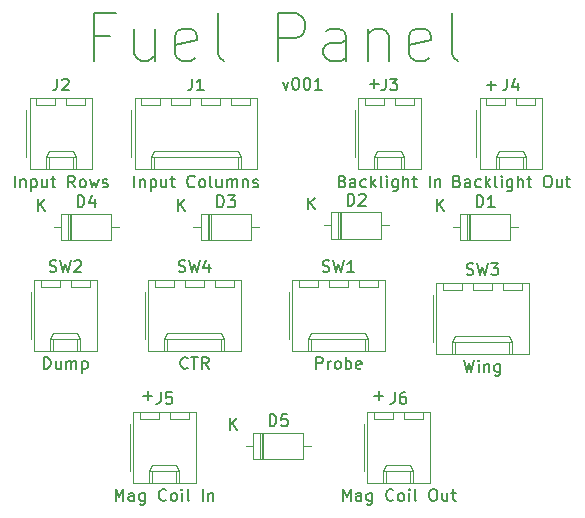
<source format=gbr>
G04 #@! TF.GenerationSoftware,KiCad,Pcbnew,(5.1.5-0-10_14)*
G04 #@! TF.CreationDate,2021-02-06T11:34:29+10:00*
G04 #@! TF.ProjectId,OH - Left Console 5 - Fuel Panel,4f48202d-204c-4656-9674-20436f6e736f,rev?*
G04 #@! TF.SameCoordinates,Original*
G04 #@! TF.FileFunction,Legend,Top*
G04 #@! TF.FilePolarity,Positive*
%FSLAX46Y46*%
G04 Gerber Fmt 4.6, Leading zero omitted, Abs format (unit mm)*
G04 Created by KiCad (PCBNEW (5.1.5-0-10_14)) date 2021-02-06 11:34:29*
%MOMM*%
%LPD*%
G04 APERTURE LIST*
%ADD10C,0.150000*%
%ADD11C,0.120000*%
G04 APERTURE END LIST*
D10*
X108712047Y-82113428D02*
X109473952Y-82113428D01*
X109093000Y-82494380D02*
X109093000Y-81732476D01*
X128270047Y-82113428D02*
X129031952Y-82113428D01*
X128651000Y-82494380D02*
X128651000Y-81732476D01*
X137795047Y-55824428D02*
X138556952Y-55824428D01*
X138176000Y-56205380D02*
X138176000Y-55443476D01*
X127889047Y-55697428D02*
X128650952Y-55697428D01*
X128270000Y-56078380D02*
X128270000Y-55316476D01*
X120507333Y-55538714D02*
X120745428Y-56205380D01*
X120983523Y-55538714D01*
X121554952Y-55205380D02*
X121650190Y-55205380D01*
X121745428Y-55253000D01*
X121793047Y-55300619D01*
X121840666Y-55395857D01*
X121888285Y-55586333D01*
X121888285Y-55824428D01*
X121840666Y-56014904D01*
X121793047Y-56110142D01*
X121745428Y-56157761D01*
X121650190Y-56205380D01*
X121554952Y-56205380D01*
X121459714Y-56157761D01*
X121412095Y-56110142D01*
X121364476Y-56014904D01*
X121316857Y-55824428D01*
X121316857Y-55586333D01*
X121364476Y-55395857D01*
X121412095Y-55300619D01*
X121459714Y-55253000D01*
X121554952Y-55205380D01*
X122507333Y-55205380D02*
X122602571Y-55205380D01*
X122697809Y-55253000D01*
X122745428Y-55300619D01*
X122793047Y-55395857D01*
X122840666Y-55586333D01*
X122840666Y-55824428D01*
X122793047Y-56014904D01*
X122745428Y-56110142D01*
X122697809Y-56157761D01*
X122602571Y-56205380D01*
X122507333Y-56205380D01*
X122412095Y-56157761D01*
X122364476Y-56110142D01*
X122316857Y-56014904D01*
X122269238Y-55824428D01*
X122269238Y-55586333D01*
X122316857Y-55395857D01*
X122364476Y-55300619D01*
X122412095Y-55253000D01*
X122507333Y-55205380D01*
X123793047Y-56205380D02*
X123221619Y-56205380D01*
X123507333Y-56205380D02*
X123507333Y-55205380D01*
X123412095Y-55348238D01*
X123316857Y-55443476D01*
X123221619Y-55491095D01*
X105856238Y-51657285D02*
X104522904Y-51657285D01*
X104522904Y-53752523D02*
X104522904Y-49752523D01*
X106427666Y-49752523D01*
X109665761Y-51085857D02*
X109665761Y-53752523D01*
X107951476Y-51085857D02*
X107951476Y-53181095D01*
X108141952Y-53562047D01*
X108522904Y-53752523D01*
X109094333Y-53752523D01*
X109475285Y-53562047D01*
X109665761Y-53371571D01*
X113094333Y-53562047D02*
X112713380Y-53752523D01*
X111951476Y-53752523D01*
X111570523Y-53562047D01*
X111380047Y-53181095D01*
X111380047Y-51657285D01*
X111570523Y-51276333D01*
X111951476Y-51085857D01*
X112713380Y-51085857D01*
X113094333Y-51276333D01*
X113284809Y-51657285D01*
X113284809Y-52038238D01*
X111380047Y-52419190D01*
X115570523Y-53752523D02*
X115189571Y-53562047D01*
X114999095Y-53181095D01*
X114999095Y-49752523D01*
X120141952Y-53752523D02*
X120141952Y-49752523D01*
X121665761Y-49752523D01*
X122046714Y-49943000D01*
X122237190Y-50133476D01*
X122427666Y-50514428D01*
X122427666Y-51085857D01*
X122237190Y-51466809D01*
X122046714Y-51657285D01*
X121665761Y-51847761D01*
X120141952Y-51847761D01*
X125856238Y-53752523D02*
X125856238Y-51657285D01*
X125665761Y-51276333D01*
X125284809Y-51085857D01*
X124522904Y-51085857D01*
X124141952Y-51276333D01*
X125856238Y-53562047D02*
X125475285Y-53752523D01*
X124522904Y-53752523D01*
X124141952Y-53562047D01*
X123951476Y-53181095D01*
X123951476Y-52800142D01*
X124141952Y-52419190D01*
X124522904Y-52228714D01*
X125475285Y-52228714D01*
X125856238Y-52038238D01*
X127761000Y-51085857D02*
X127761000Y-53752523D01*
X127761000Y-51466809D02*
X127951476Y-51276333D01*
X128332428Y-51085857D01*
X128903857Y-51085857D01*
X129284809Y-51276333D01*
X129475285Y-51657285D01*
X129475285Y-53752523D01*
X132903857Y-53562047D02*
X132522904Y-53752523D01*
X131761000Y-53752523D01*
X131380047Y-53562047D01*
X131189571Y-53181095D01*
X131189571Y-51657285D01*
X131380047Y-51276333D01*
X131761000Y-51085857D01*
X132522904Y-51085857D01*
X132903857Y-51276333D01*
X133094333Y-51657285D01*
X133094333Y-52038238D01*
X131189571Y-52419190D01*
X135380047Y-53752523D02*
X134999095Y-53562047D01*
X134808619Y-53181095D01*
X134808619Y-49752523D01*
D11*
X132372000Y-84057000D02*
X132372000Y-83457000D01*
X130772000Y-84057000D02*
X132372000Y-84057000D01*
X130772000Y-83457000D02*
X130772000Y-84057000D01*
X129832000Y-84057000D02*
X129832000Y-83457000D01*
X128232000Y-84057000D02*
X129832000Y-84057000D01*
X128232000Y-83457000D02*
X128232000Y-84057000D01*
X131322000Y-89477000D02*
X131322000Y-88477000D01*
X129282000Y-89477000D02*
X129282000Y-88477000D01*
X131322000Y-87947000D02*
X131572000Y-88477000D01*
X129282000Y-87947000D02*
X131322000Y-87947000D01*
X129032000Y-88477000D02*
X129282000Y-87947000D01*
X131572000Y-88477000D02*
X131572000Y-89477000D01*
X129032000Y-88477000D02*
X131572000Y-88477000D01*
X129032000Y-89477000D02*
X129032000Y-88477000D01*
X127362000Y-84487000D02*
X127362000Y-88487000D01*
X132952000Y-83457000D02*
X127652000Y-83457000D01*
X132952000Y-89477000D02*
X132952000Y-83457000D01*
X127652000Y-89477000D02*
X132952000Y-89477000D01*
X127652000Y-83457000D02*
X127652000Y-89477000D01*
X112560000Y-84057000D02*
X112560000Y-83457000D01*
X110960000Y-84057000D02*
X112560000Y-84057000D01*
X110960000Y-83457000D02*
X110960000Y-84057000D01*
X110020000Y-84057000D02*
X110020000Y-83457000D01*
X108420000Y-84057000D02*
X110020000Y-84057000D01*
X108420000Y-83457000D02*
X108420000Y-84057000D01*
X111510000Y-89477000D02*
X111510000Y-88477000D01*
X109470000Y-89477000D02*
X109470000Y-88477000D01*
X111510000Y-87947000D02*
X111760000Y-88477000D01*
X109470000Y-87947000D02*
X111510000Y-87947000D01*
X109220000Y-88477000D02*
X109470000Y-87947000D01*
X111760000Y-88477000D02*
X111760000Y-89477000D01*
X109220000Y-88477000D02*
X111760000Y-88477000D01*
X109220000Y-89477000D02*
X109220000Y-88477000D01*
X107550000Y-84487000D02*
X107550000Y-88487000D01*
X113140000Y-83457000D02*
X107840000Y-83457000D01*
X113140000Y-89477000D02*
X113140000Y-83457000D01*
X107840000Y-89477000D02*
X113140000Y-89477000D01*
X107840000Y-83457000D02*
X107840000Y-89477000D01*
X118622000Y-85240000D02*
X118622000Y-87480000D01*
X118862000Y-85240000D02*
X118862000Y-87480000D01*
X118742000Y-85240000D02*
X118742000Y-87480000D01*
X122912000Y-86360000D02*
X122262000Y-86360000D01*
X117372000Y-86360000D02*
X118022000Y-86360000D01*
X122262000Y-85240000D02*
X118022000Y-85240000D01*
X122262000Y-87480000D02*
X122262000Y-85240000D01*
X118022000Y-87480000D02*
X122262000Y-87480000D01*
X118022000Y-85240000D02*
X118022000Y-87480000D01*
X116370000Y-72881000D02*
X116370000Y-72281000D01*
X114770000Y-72881000D02*
X116370000Y-72881000D01*
X114770000Y-72281000D02*
X114770000Y-72881000D01*
X113830000Y-72881000D02*
X113830000Y-72281000D01*
X112230000Y-72881000D02*
X113830000Y-72881000D01*
X112230000Y-72281000D02*
X112230000Y-72881000D01*
X111290000Y-72881000D02*
X111290000Y-72281000D01*
X109690000Y-72881000D02*
X111290000Y-72881000D01*
X109690000Y-72281000D02*
X109690000Y-72881000D01*
X115320000Y-78301000D02*
X115320000Y-77301000D01*
X110740000Y-78301000D02*
X110740000Y-77301000D01*
X115320000Y-76771000D02*
X115570000Y-77301000D01*
X110740000Y-76771000D02*
X115320000Y-76771000D01*
X110490000Y-77301000D02*
X110740000Y-76771000D01*
X115570000Y-77301000D02*
X115570000Y-78301000D01*
X110490000Y-77301000D02*
X115570000Y-77301000D01*
X110490000Y-78301000D02*
X110490000Y-77301000D01*
X108820000Y-73311000D02*
X108820000Y-77311000D01*
X116950000Y-72281000D02*
X109110000Y-72281000D01*
X116950000Y-78301000D02*
X116950000Y-72281000D01*
X109110000Y-78301000D02*
X116950000Y-78301000D01*
X109110000Y-72281000D02*
X109110000Y-78301000D01*
X140754000Y-73135000D02*
X140754000Y-72535000D01*
X139154000Y-73135000D02*
X140754000Y-73135000D01*
X139154000Y-72535000D02*
X139154000Y-73135000D01*
X138214000Y-73135000D02*
X138214000Y-72535000D01*
X136614000Y-73135000D02*
X138214000Y-73135000D01*
X136614000Y-72535000D02*
X136614000Y-73135000D01*
X135674000Y-73135000D02*
X135674000Y-72535000D01*
X134074000Y-73135000D02*
X135674000Y-73135000D01*
X134074000Y-72535000D02*
X134074000Y-73135000D01*
X139704000Y-78555000D02*
X139704000Y-77555000D01*
X135124000Y-78555000D02*
X135124000Y-77555000D01*
X139704000Y-77025000D02*
X139954000Y-77555000D01*
X135124000Y-77025000D02*
X139704000Y-77025000D01*
X134874000Y-77555000D02*
X135124000Y-77025000D01*
X139954000Y-77555000D02*
X139954000Y-78555000D01*
X134874000Y-77555000D02*
X139954000Y-77555000D01*
X134874000Y-78555000D02*
X134874000Y-77555000D01*
X133204000Y-73565000D02*
X133204000Y-77565000D01*
X141334000Y-72535000D02*
X133494000Y-72535000D01*
X141334000Y-78555000D02*
X141334000Y-72535000D01*
X133494000Y-78555000D02*
X141334000Y-78555000D01*
X133494000Y-72535000D02*
X133494000Y-78555000D01*
X104178000Y-72881000D02*
X104178000Y-72281000D01*
X102578000Y-72881000D02*
X104178000Y-72881000D01*
X102578000Y-72281000D02*
X102578000Y-72881000D01*
X101638000Y-72881000D02*
X101638000Y-72281000D01*
X100038000Y-72881000D02*
X101638000Y-72881000D01*
X100038000Y-72281000D02*
X100038000Y-72881000D01*
X103128000Y-78301000D02*
X103128000Y-77301000D01*
X101088000Y-78301000D02*
X101088000Y-77301000D01*
X103128000Y-76771000D02*
X103378000Y-77301000D01*
X101088000Y-76771000D02*
X103128000Y-76771000D01*
X100838000Y-77301000D02*
X101088000Y-76771000D01*
X103378000Y-77301000D02*
X103378000Y-78301000D01*
X100838000Y-77301000D02*
X103378000Y-77301000D01*
X100838000Y-78301000D02*
X100838000Y-77301000D01*
X99168000Y-73311000D02*
X99168000Y-77311000D01*
X104758000Y-72281000D02*
X99458000Y-72281000D01*
X104758000Y-78301000D02*
X104758000Y-72281000D01*
X99458000Y-78301000D02*
X104758000Y-78301000D01*
X99458000Y-72281000D02*
X99458000Y-78301000D01*
X128562000Y-72881000D02*
X128562000Y-72281000D01*
X126962000Y-72881000D02*
X128562000Y-72881000D01*
X126962000Y-72281000D02*
X126962000Y-72881000D01*
X126022000Y-72881000D02*
X126022000Y-72281000D01*
X124422000Y-72881000D02*
X126022000Y-72881000D01*
X124422000Y-72281000D02*
X124422000Y-72881000D01*
X123482000Y-72881000D02*
X123482000Y-72281000D01*
X121882000Y-72881000D02*
X123482000Y-72881000D01*
X121882000Y-72281000D02*
X121882000Y-72881000D01*
X127512000Y-78301000D02*
X127512000Y-77301000D01*
X122932000Y-78301000D02*
X122932000Y-77301000D01*
X127512000Y-76771000D02*
X127762000Y-77301000D01*
X122932000Y-76771000D02*
X127512000Y-76771000D01*
X122682000Y-77301000D02*
X122932000Y-76771000D01*
X127762000Y-77301000D02*
X127762000Y-78301000D01*
X122682000Y-77301000D02*
X127762000Y-77301000D01*
X122682000Y-78301000D02*
X122682000Y-77301000D01*
X121012000Y-73311000D02*
X121012000Y-77311000D01*
X129142000Y-72281000D02*
X121302000Y-72281000D01*
X129142000Y-78301000D02*
X129142000Y-72281000D01*
X121302000Y-78301000D02*
X129142000Y-78301000D01*
X121302000Y-72281000D02*
X121302000Y-78301000D01*
X141897000Y-57514000D02*
X141897000Y-56914000D01*
X140297000Y-57514000D02*
X141897000Y-57514000D01*
X140297000Y-56914000D02*
X140297000Y-57514000D01*
X139357000Y-57514000D02*
X139357000Y-56914000D01*
X137757000Y-57514000D02*
X139357000Y-57514000D01*
X137757000Y-56914000D02*
X137757000Y-57514000D01*
X140847000Y-62934000D02*
X140847000Y-61934000D01*
X138807000Y-62934000D02*
X138807000Y-61934000D01*
X140847000Y-61404000D02*
X141097000Y-61934000D01*
X138807000Y-61404000D02*
X140847000Y-61404000D01*
X138557000Y-61934000D02*
X138807000Y-61404000D01*
X141097000Y-61934000D02*
X141097000Y-62934000D01*
X138557000Y-61934000D02*
X141097000Y-61934000D01*
X138557000Y-62934000D02*
X138557000Y-61934000D01*
X136887000Y-57944000D02*
X136887000Y-61944000D01*
X142477000Y-56914000D02*
X137177000Y-56914000D01*
X142477000Y-62934000D02*
X142477000Y-56914000D01*
X137177000Y-62934000D02*
X142477000Y-62934000D01*
X137177000Y-56914000D02*
X137177000Y-62934000D01*
X131610000Y-57514000D02*
X131610000Y-56914000D01*
X130010000Y-57514000D02*
X131610000Y-57514000D01*
X130010000Y-56914000D02*
X130010000Y-57514000D01*
X129070000Y-57514000D02*
X129070000Y-56914000D01*
X127470000Y-57514000D02*
X129070000Y-57514000D01*
X127470000Y-56914000D02*
X127470000Y-57514000D01*
X130560000Y-62934000D02*
X130560000Y-61934000D01*
X128520000Y-62934000D02*
X128520000Y-61934000D01*
X130560000Y-61404000D02*
X130810000Y-61934000D01*
X128520000Y-61404000D02*
X130560000Y-61404000D01*
X128270000Y-61934000D02*
X128520000Y-61404000D01*
X130810000Y-61934000D02*
X130810000Y-62934000D01*
X128270000Y-61934000D02*
X130810000Y-61934000D01*
X128270000Y-62934000D02*
X128270000Y-61934000D01*
X126600000Y-57944000D02*
X126600000Y-61944000D01*
X132190000Y-56914000D02*
X126890000Y-56914000D01*
X132190000Y-62934000D02*
X132190000Y-56914000D01*
X126890000Y-62934000D02*
X132190000Y-62934000D01*
X126890000Y-56914000D02*
X126890000Y-62934000D01*
X103797000Y-57514000D02*
X103797000Y-56914000D01*
X102197000Y-57514000D02*
X103797000Y-57514000D01*
X102197000Y-56914000D02*
X102197000Y-57514000D01*
X101257000Y-57514000D02*
X101257000Y-56914000D01*
X99657000Y-57514000D02*
X101257000Y-57514000D01*
X99657000Y-56914000D02*
X99657000Y-57514000D01*
X102747000Y-62934000D02*
X102747000Y-61934000D01*
X100707000Y-62934000D02*
X100707000Y-61934000D01*
X102747000Y-61404000D02*
X102997000Y-61934000D01*
X100707000Y-61404000D02*
X102747000Y-61404000D01*
X100457000Y-61934000D02*
X100707000Y-61404000D01*
X102997000Y-61934000D02*
X102997000Y-62934000D01*
X100457000Y-61934000D02*
X102997000Y-61934000D01*
X100457000Y-62934000D02*
X100457000Y-61934000D01*
X98787000Y-57944000D02*
X98787000Y-61944000D01*
X104377000Y-56914000D02*
X99077000Y-56914000D01*
X104377000Y-62934000D02*
X104377000Y-56914000D01*
X99077000Y-62934000D02*
X104377000Y-62934000D01*
X99077000Y-56914000D02*
X99077000Y-62934000D01*
X117767000Y-57514000D02*
X117767000Y-56914000D01*
X116167000Y-57514000D02*
X117767000Y-57514000D01*
X116167000Y-56914000D02*
X116167000Y-57514000D01*
X115227000Y-57514000D02*
X115227000Y-56914000D01*
X113627000Y-57514000D02*
X115227000Y-57514000D01*
X113627000Y-56914000D02*
X113627000Y-57514000D01*
X112687000Y-57514000D02*
X112687000Y-56914000D01*
X111087000Y-57514000D02*
X112687000Y-57514000D01*
X111087000Y-56914000D02*
X111087000Y-57514000D01*
X110147000Y-57514000D02*
X110147000Y-56914000D01*
X108547000Y-57514000D02*
X110147000Y-57514000D01*
X108547000Y-56914000D02*
X108547000Y-57514000D01*
X116717000Y-62934000D02*
X116717000Y-61934000D01*
X109597000Y-62934000D02*
X109597000Y-61934000D01*
X116717000Y-61404000D02*
X116967000Y-61934000D01*
X109597000Y-61404000D02*
X116717000Y-61404000D01*
X109347000Y-61934000D02*
X109597000Y-61404000D01*
X116967000Y-61934000D02*
X116967000Y-62934000D01*
X109347000Y-61934000D02*
X116967000Y-61934000D01*
X109347000Y-62934000D02*
X109347000Y-61934000D01*
X107677000Y-57944000D02*
X107677000Y-61944000D01*
X118347000Y-56914000D02*
X107967000Y-56914000D01*
X118347000Y-62934000D02*
X118347000Y-56914000D01*
X107967000Y-62934000D02*
X118347000Y-62934000D01*
X107967000Y-56914000D02*
X107967000Y-62934000D01*
X102366000Y-66698000D02*
X102366000Y-68938000D01*
X102606000Y-66698000D02*
X102606000Y-68938000D01*
X102486000Y-66698000D02*
X102486000Y-68938000D01*
X106656000Y-67818000D02*
X106006000Y-67818000D01*
X101116000Y-67818000D02*
X101766000Y-67818000D01*
X106006000Y-66698000D02*
X101766000Y-66698000D01*
X106006000Y-68938000D02*
X106006000Y-66698000D01*
X101766000Y-68938000D02*
X106006000Y-68938000D01*
X101766000Y-66698000D02*
X101766000Y-68938000D01*
X114177000Y-66698000D02*
X114177000Y-68938000D01*
X114417000Y-66698000D02*
X114417000Y-68938000D01*
X114297000Y-66698000D02*
X114297000Y-68938000D01*
X118467000Y-67818000D02*
X117817000Y-67818000D01*
X112927000Y-67818000D02*
X113577000Y-67818000D01*
X117817000Y-66698000D02*
X113577000Y-66698000D01*
X117817000Y-68938000D02*
X117817000Y-66698000D01*
X113577000Y-68938000D02*
X117817000Y-68938000D01*
X113577000Y-66698000D02*
X113577000Y-68938000D01*
X125226000Y-66571000D02*
X125226000Y-68811000D01*
X125466000Y-66571000D02*
X125466000Y-68811000D01*
X125346000Y-66571000D02*
X125346000Y-68811000D01*
X129516000Y-67691000D02*
X128866000Y-67691000D01*
X123976000Y-67691000D02*
X124626000Y-67691000D01*
X128866000Y-66571000D02*
X124626000Y-66571000D01*
X128866000Y-68811000D02*
X128866000Y-66571000D01*
X124626000Y-68811000D02*
X128866000Y-68811000D01*
X124626000Y-66571000D02*
X124626000Y-68811000D01*
X136148000Y-66698000D02*
X136148000Y-68938000D01*
X136388000Y-66698000D02*
X136388000Y-68938000D01*
X136268000Y-66698000D02*
X136268000Y-68938000D01*
X140438000Y-67818000D02*
X139788000Y-67818000D01*
X134898000Y-67818000D02*
X135548000Y-67818000D01*
X139788000Y-66698000D02*
X135548000Y-66698000D01*
X139788000Y-68938000D02*
X139788000Y-66698000D01*
X135548000Y-68938000D02*
X139788000Y-68938000D01*
X135548000Y-66698000D02*
X135548000Y-68938000D01*
D10*
X129968666Y-81819380D02*
X129968666Y-82533666D01*
X129921047Y-82676523D01*
X129825809Y-82771761D01*
X129682952Y-82819380D01*
X129587714Y-82819380D01*
X130873428Y-81819380D02*
X130682952Y-81819380D01*
X130587714Y-81867000D01*
X130540095Y-81914619D01*
X130444857Y-82057476D01*
X130397238Y-82247952D01*
X130397238Y-82628904D01*
X130444857Y-82724142D01*
X130492476Y-82771761D01*
X130587714Y-82819380D01*
X130778190Y-82819380D01*
X130873428Y-82771761D01*
X130921047Y-82724142D01*
X130968666Y-82628904D01*
X130968666Y-82390809D01*
X130921047Y-82295571D01*
X130873428Y-82247952D01*
X130778190Y-82200333D01*
X130587714Y-82200333D01*
X130492476Y-82247952D01*
X130444857Y-82295571D01*
X130397238Y-82390809D01*
X125587714Y-91019380D02*
X125587714Y-90019380D01*
X125921047Y-90733666D01*
X126254380Y-90019380D01*
X126254380Y-91019380D01*
X127159142Y-91019380D02*
X127159142Y-90495571D01*
X127111523Y-90400333D01*
X127016285Y-90352714D01*
X126825809Y-90352714D01*
X126730571Y-90400333D01*
X127159142Y-90971761D02*
X127063904Y-91019380D01*
X126825809Y-91019380D01*
X126730571Y-90971761D01*
X126682952Y-90876523D01*
X126682952Y-90781285D01*
X126730571Y-90686047D01*
X126825809Y-90638428D01*
X127063904Y-90638428D01*
X127159142Y-90590809D01*
X128063904Y-90352714D02*
X128063904Y-91162238D01*
X128016285Y-91257476D01*
X127968666Y-91305095D01*
X127873428Y-91352714D01*
X127730571Y-91352714D01*
X127635333Y-91305095D01*
X128063904Y-90971761D02*
X127968666Y-91019380D01*
X127778190Y-91019380D01*
X127682952Y-90971761D01*
X127635333Y-90924142D01*
X127587714Y-90828904D01*
X127587714Y-90543190D01*
X127635333Y-90447952D01*
X127682952Y-90400333D01*
X127778190Y-90352714D01*
X127968666Y-90352714D01*
X128063904Y-90400333D01*
X129873428Y-90924142D02*
X129825809Y-90971761D01*
X129682952Y-91019380D01*
X129587714Y-91019380D01*
X129444857Y-90971761D01*
X129349619Y-90876523D01*
X129302000Y-90781285D01*
X129254380Y-90590809D01*
X129254380Y-90447952D01*
X129302000Y-90257476D01*
X129349619Y-90162238D01*
X129444857Y-90067000D01*
X129587714Y-90019380D01*
X129682952Y-90019380D01*
X129825809Y-90067000D01*
X129873428Y-90114619D01*
X130444857Y-91019380D02*
X130349619Y-90971761D01*
X130302000Y-90924142D01*
X130254380Y-90828904D01*
X130254380Y-90543190D01*
X130302000Y-90447952D01*
X130349619Y-90400333D01*
X130444857Y-90352714D01*
X130587714Y-90352714D01*
X130682952Y-90400333D01*
X130730571Y-90447952D01*
X130778190Y-90543190D01*
X130778190Y-90828904D01*
X130730571Y-90924142D01*
X130682952Y-90971761D01*
X130587714Y-91019380D01*
X130444857Y-91019380D01*
X131206761Y-91019380D02*
X131206761Y-90352714D01*
X131206761Y-90019380D02*
X131159142Y-90067000D01*
X131206761Y-90114619D01*
X131254380Y-90067000D01*
X131206761Y-90019380D01*
X131206761Y-90114619D01*
X131825809Y-91019380D02*
X131730571Y-90971761D01*
X131682952Y-90876523D01*
X131682952Y-90019380D01*
X133159142Y-90019380D02*
X133349619Y-90019380D01*
X133444857Y-90067000D01*
X133540095Y-90162238D01*
X133587714Y-90352714D01*
X133587714Y-90686047D01*
X133540095Y-90876523D01*
X133444857Y-90971761D01*
X133349619Y-91019380D01*
X133159142Y-91019380D01*
X133063904Y-90971761D01*
X132968666Y-90876523D01*
X132921047Y-90686047D01*
X132921047Y-90352714D01*
X132968666Y-90162238D01*
X133063904Y-90067000D01*
X133159142Y-90019380D01*
X134444857Y-90352714D02*
X134444857Y-91019380D01*
X134016285Y-90352714D02*
X134016285Y-90876523D01*
X134063904Y-90971761D01*
X134159142Y-91019380D01*
X134302000Y-91019380D01*
X134397238Y-90971761D01*
X134444857Y-90924142D01*
X134778190Y-90352714D02*
X135159142Y-90352714D01*
X134921047Y-90019380D02*
X134921047Y-90876523D01*
X134968666Y-90971761D01*
X135063904Y-91019380D01*
X135159142Y-91019380D01*
X110156666Y-81819380D02*
X110156666Y-82533666D01*
X110109047Y-82676523D01*
X110013809Y-82771761D01*
X109870952Y-82819380D01*
X109775714Y-82819380D01*
X111109047Y-81819380D02*
X110632857Y-81819380D01*
X110585238Y-82295571D01*
X110632857Y-82247952D01*
X110728095Y-82200333D01*
X110966190Y-82200333D01*
X111061428Y-82247952D01*
X111109047Y-82295571D01*
X111156666Y-82390809D01*
X111156666Y-82628904D01*
X111109047Y-82724142D01*
X111061428Y-82771761D01*
X110966190Y-82819380D01*
X110728095Y-82819380D01*
X110632857Y-82771761D01*
X110585238Y-82724142D01*
X106347142Y-91019380D02*
X106347142Y-90019380D01*
X106680476Y-90733666D01*
X107013809Y-90019380D01*
X107013809Y-91019380D01*
X107918571Y-91019380D02*
X107918571Y-90495571D01*
X107870952Y-90400333D01*
X107775714Y-90352714D01*
X107585238Y-90352714D01*
X107490000Y-90400333D01*
X107918571Y-90971761D02*
X107823333Y-91019380D01*
X107585238Y-91019380D01*
X107490000Y-90971761D01*
X107442380Y-90876523D01*
X107442380Y-90781285D01*
X107490000Y-90686047D01*
X107585238Y-90638428D01*
X107823333Y-90638428D01*
X107918571Y-90590809D01*
X108823333Y-90352714D02*
X108823333Y-91162238D01*
X108775714Y-91257476D01*
X108728095Y-91305095D01*
X108632857Y-91352714D01*
X108490000Y-91352714D01*
X108394761Y-91305095D01*
X108823333Y-90971761D02*
X108728095Y-91019380D01*
X108537619Y-91019380D01*
X108442380Y-90971761D01*
X108394761Y-90924142D01*
X108347142Y-90828904D01*
X108347142Y-90543190D01*
X108394761Y-90447952D01*
X108442380Y-90400333D01*
X108537619Y-90352714D01*
X108728095Y-90352714D01*
X108823333Y-90400333D01*
X110632857Y-90924142D02*
X110585238Y-90971761D01*
X110442380Y-91019380D01*
X110347142Y-91019380D01*
X110204285Y-90971761D01*
X110109047Y-90876523D01*
X110061428Y-90781285D01*
X110013809Y-90590809D01*
X110013809Y-90447952D01*
X110061428Y-90257476D01*
X110109047Y-90162238D01*
X110204285Y-90067000D01*
X110347142Y-90019380D01*
X110442380Y-90019380D01*
X110585238Y-90067000D01*
X110632857Y-90114619D01*
X111204285Y-91019380D02*
X111109047Y-90971761D01*
X111061428Y-90924142D01*
X111013809Y-90828904D01*
X111013809Y-90543190D01*
X111061428Y-90447952D01*
X111109047Y-90400333D01*
X111204285Y-90352714D01*
X111347142Y-90352714D01*
X111442380Y-90400333D01*
X111490000Y-90447952D01*
X111537619Y-90543190D01*
X111537619Y-90828904D01*
X111490000Y-90924142D01*
X111442380Y-90971761D01*
X111347142Y-91019380D01*
X111204285Y-91019380D01*
X111966190Y-91019380D02*
X111966190Y-90352714D01*
X111966190Y-90019380D02*
X111918571Y-90067000D01*
X111966190Y-90114619D01*
X112013809Y-90067000D01*
X111966190Y-90019380D01*
X111966190Y-90114619D01*
X112585238Y-91019380D02*
X112489999Y-90971761D01*
X112442380Y-90876523D01*
X112442380Y-90019380D01*
X113728095Y-91019380D02*
X113728095Y-90019380D01*
X114204285Y-90352714D02*
X114204285Y-91019380D01*
X114204285Y-90447952D02*
X114251904Y-90400333D01*
X114347142Y-90352714D01*
X114489999Y-90352714D01*
X114585238Y-90400333D01*
X114632857Y-90495571D01*
X114632857Y-91019380D01*
X119403904Y-84692380D02*
X119403904Y-83692380D01*
X119642000Y-83692380D01*
X119784857Y-83740000D01*
X119880095Y-83835238D01*
X119927714Y-83930476D01*
X119975333Y-84120952D01*
X119975333Y-84263809D01*
X119927714Y-84454285D01*
X119880095Y-84549523D01*
X119784857Y-84644761D01*
X119642000Y-84692380D01*
X119403904Y-84692380D01*
X120880095Y-83692380D02*
X120403904Y-83692380D01*
X120356285Y-84168571D01*
X120403904Y-84120952D01*
X120499142Y-84073333D01*
X120737238Y-84073333D01*
X120832476Y-84120952D01*
X120880095Y-84168571D01*
X120927714Y-84263809D01*
X120927714Y-84501904D01*
X120880095Y-84597142D01*
X120832476Y-84644761D01*
X120737238Y-84692380D01*
X120499142Y-84692380D01*
X120403904Y-84644761D01*
X120356285Y-84597142D01*
X116070095Y-85012380D02*
X116070095Y-84012380D01*
X116641523Y-85012380D02*
X116212952Y-84440952D01*
X116641523Y-84012380D02*
X116070095Y-84583809D01*
X111696666Y-71595761D02*
X111839523Y-71643380D01*
X112077619Y-71643380D01*
X112172857Y-71595761D01*
X112220476Y-71548142D01*
X112268095Y-71452904D01*
X112268095Y-71357666D01*
X112220476Y-71262428D01*
X112172857Y-71214809D01*
X112077619Y-71167190D01*
X111887142Y-71119571D01*
X111791904Y-71071952D01*
X111744285Y-71024333D01*
X111696666Y-70929095D01*
X111696666Y-70833857D01*
X111744285Y-70738619D01*
X111791904Y-70691000D01*
X111887142Y-70643380D01*
X112125238Y-70643380D01*
X112268095Y-70691000D01*
X112601428Y-70643380D02*
X112839523Y-71643380D01*
X113030000Y-70929095D01*
X113220476Y-71643380D01*
X113458571Y-70643380D01*
X114268095Y-70976714D02*
X114268095Y-71643380D01*
X114030000Y-70595761D02*
X113791904Y-71310047D01*
X114410952Y-71310047D01*
X112458571Y-79748142D02*
X112410952Y-79795761D01*
X112268095Y-79843380D01*
X112172857Y-79843380D01*
X112030000Y-79795761D01*
X111934761Y-79700523D01*
X111887142Y-79605285D01*
X111839523Y-79414809D01*
X111839523Y-79271952D01*
X111887142Y-79081476D01*
X111934761Y-78986238D01*
X112030000Y-78891000D01*
X112172857Y-78843380D01*
X112268095Y-78843380D01*
X112410952Y-78891000D01*
X112458571Y-78938619D01*
X112744285Y-78843380D02*
X113315714Y-78843380D01*
X113030000Y-79843380D02*
X113030000Y-78843380D01*
X114220476Y-79843380D02*
X113887142Y-79367190D01*
X113649047Y-79843380D02*
X113649047Y-78843380D01*
X114030000Y-78843380D01*
X114125238Y-78891000D01*
X114172857Y-78938619D01*
X114220476Y-79033857D01*
X114220476Y-79176714D01*
X114172857Y-79271952D01*
X114125238Y-79319571D01*
X114030000Y-79367190D01*
X113649047Y-79367190D01*
X136080666Y-71849761D02*
X136223523Y-71897380D01*
X136461619Y-71897380D01*
X136556857Y-71849761D01*
X136604476Y-71802142D01*
X136652095Y-71706904D01*
X136652095Y-71611666D01*
X136604476Y-71516428D01*
X136556857Y-71468809D01*
X136461619Y-71421190D01*
X136271142Y-71373571D01*
X136175904Y-71325952D01*
X136128285Y-71278333D01*
X136080666Y-71183095D01*
X136080666Y-71087857D01*
X136128285Y-70992619D01*
X136175904Y-70945000D01*
X136271142Y-70897380D01*
X136509238Y-70897380D01*
X136652095Y-70945000D01*
X136985428Y-70897380D02*
X137223523Y-71897380D01*
X137414000Y-71183095D01*
X137604476Y-71897380D01*
X137842571Y-70897380D01*
X138128285Y-70897380D02*
X138747333Y-70897380D01*
X138414000Y-71278333D01*
X138556857Y-71278333D01*
X138652095Y-71325952D01*
X138699714Y-71373571D01*
X138747333Y-71468809D01*
X138747333Y-71706904D01*
X138699714Y-71802142D01*
X138652095Y-71849761D01*
X138556857Y-71897380D01*
X138271142Y-71897380D01*
X138175904Y-71849761D01*
X138128285Y-71802142D01*
X135842571Y-79097380D02*
X136080666Y-80097380D01*
X136271142Y-79383095D01*
X136461619Y-80097380D01*
X136699714Y-79097380D01*
X137080666Y-80097380D02*
X137080666Y-79430714D01*
X137080666Y-79097380D02*
X137033047Y-79145000D01*
X137080666Y-79192619D01*
X137128285Y-79145000D01*
X137080666Y-79097380D01*
X137080666Y-79192619D01*
X137556857Y-79430714D02*
X137556857Y-80097380D01*
X137556857Y-79525952D02*
X137604476Y-79478333D01*
X137699714Y-79430714D01*
X137842571Y-79430714D01*
X137937809Y-79478333D01*
X137985428Y-79573571D01*
X137985428Y-80097380D01*
X138890190Y-79430714D02*
X138890190Y-80240238D01*
X138842571Y-80335476D01*
X138794952Y-80383095D01*
X138699714Y-80430714D01*
X138556857Y-80430714D01*
X138461619Y-80383095D01*
X138890190Y-80049761D02*
X138794952Y-80097380D01*
X138604476Y-80097380D01*
X138509238Y-80049761D01*
X138461619Y-80002142D01*
X138414000Y-79906904D01*
X138414000Y-79621190D01*
X138461619Y-79525952D01*
X138509238Y-79478333D01*
X138604476Y-79430714D01*
X138794952Y-79430714D01*
X138890190Y-79478333D01*
X100774666Y-71595761D02*
X100917523Y-71643380D01*
X101155619Y-71643380D01*
X101250857Y-71595761D01*
X101298476Y-71548142D01*
X101346095Y-71452904D01*
X101346095Y-71357666D01*
X101298476Y-71262428D01*
X101250857Y-71214809D01*
X101155619Y-71167190D01*
X100965142Y-71119571D01*
X100869904Y-71071952D01*
X100822285Y-71024333D01*
X100774666Y-70929095D01*
X100774666Y-70833857D01*
X100822285Y-70738619D01*
X100869904Y-70691000D01*
X100965142Y-70643380D01*
X101203238Y-70643380D01*
X101346095Y-70691000D01*
X101679428Y-70643380D02*
X101917523Y-71643380D01*
X102108000Y-70929095D01*
X102298476Y-71643380D01*
X102536571Y-70643380D01*
X102869904Y-70738619D02*
X102917523Y-70691000D01*
X103012761Y-70643380D01*
X103250857Y-70643380D01*
X103346095Y-70691000D01*
X103393714Y-70738619D01*
X103441333Y-70833857D01*
X103441333Y-70929095D01*
X103393714Y-71071952D01*
X102822285Y-71643380D01*
X103441333Y-71643380D01*
X100274666Y-79843380D02*
X100274666Y-78843380D01*
X100512761Y-78843380D01*
X100655619Y-78891000D01*
X100750857Y-78986238D01*
X100798476Y-79081476D01*
X100846095Y-79271952D01*
X100846095Y-79414809D01*
X100798476Y-79605285D01*
X100750857Y-79700523D01*
X100655619Y-79795761D01*
X100512761Y-79843380D01*
X100274666Y-79843380D01*
X101703238Y-79176714D02*
X101703238Y-79843380D01*
X101274666Y-79176714D02*
X101274666Y-79700523D01*
X101322285Y-79795761D01*
X101417523Y-79843380D01*
X101560380Y-79843380D01*
X101655619Y-79795761D01*
X101703238Y-79748142D01*
X102179428Y-79843380D02*
X102179428Y-79176714D01*
X102179428Y-79271952D02*
X102227047Y-79224333D01*
X102322285Y-79176714D01*
X102465142Y-79176714D01*
X102560380Y-79224333D01*
X102608000Y-79319571D01*
X102608000Y-79843380D01*
X102608000Y-79319571D02*
X102655619Y-79224333D01*
X102750857Y-79176714D01*
X102893714Y-79176714D01*
X102988952Y-79224333D01*
X103036571Y-79319571D01*
X103036571Y-79843380D01*
X103512761Y-79176714D02*
X103512761Y-80176714D01*
X103512761Y-79224333D02*
X103608000Y-79176714D01*
X103798476Y-79176714D01*
X103893714Y-79224333D01*
X103941333Y-79271952D01*
X103988952Y-79367190D01*
X103988952Y-79652904D01*
X103941333Y-79748142D01*
X103893714Y-79795761D01*
X103798476Y-79843380D01*
X103608000Y-79843380D01*
X103512761Y-79795761D01*
X123888666Y-71595761D02*
X124031523Y-71643380D01*
X124269619Y-71643380D01*
X124364857Y-71595761D01*
X124412476Y-71548142D01*
X124460095Y-71452904D01*
X124460095Y-71357666D01*
X124412476Y-71262428D01*
X124364857Y-71214809D01*
X124269619Y-71167190D01*
X124079142Y-71119571D01*
X123983904Y-71071952D01*
X123936285Y-71024333D01*
X123888666Y-70929095D01*
X123888666Y-70833857D01*
X123936285Y-70738619D01*
X123983904Y-70691000D01*
X124079142Y-70643380D01*
X124317238Y-70643380D01*
X124460095Y-70691000D01*
X124793428Y-70643380D02*
X125031523Y-71643380D01*
X125222000Y-70929095D01*
X125412476Y-71643380D01*
X125650571Y-70643380D01*
X126555333Y-71643380D02*
X125983904Y-71643380D01*
X126269619Y-71643380D02*
X126269619Y-70643380D01*
X126174380Y-70786238D01*
X126079142Y-70881476D01*
X125983904Y-70929095D01*
X123317238Y-79843380D02*
X123317238Y-78843380D01*
X123698190Y-78843380D01*
X123793428Y-78891000D01*
X123841047Y-78938619D01*
X123888666Y-79033857D01*
X123888666Y-79176714D01*
X123841047Y-79271952D01*
X123793428Y-79319571D01*
X123698190Y-79367190D01*
X123317238Y-79367190D01*
X124317238Y-79843380D02*
X124317238Y-79176714D01*
X124317238Y-79367190D02*
X124364857Y-79271952D01*
X124412476Y-79224333D01*
X124507714Y-79176714D01*
X124602952Y-79176714D01*
X125079142Y-79843380D02*
X124983904Y-79795761D01*
X124936285Y-79748142D01*
X124888666Y-79652904D01*
X124888666Y-79367190D01*
X124936285Y-79271952D01*
X124983904Y-79224333D01*
X125079142Y-79176714D01*
X125222000Y-79176714D01*
X125317238Y-79224333D01*
X125364857Y-79271952D01*
X125412476Y-79367190D01*
X125412476Y-79652904D01*
X125364857Y-79748142D01*
X125317238Y-79795761D01*
X125222000Y-79843380D01*
X125079142Y-79843380D01*
X125841047Y-79843380D02*
X125841047Y-78843380D01*
X125841047Y-79224333D02*
X125936285Y-79176714D01*
X126126761Y-79176714D01*
X126222000Y-79224333D01*
X126269619Y-79271952D01*
X126317238Y-79367190D01*
X126317238Y-79652904D01*
X126269619Y-79748142D01*
X126222000Y-79795761D01*
X126126761Y-79843380D01*
X125936285Y-79843380D01*
X125841047Y-79795761D01*
X127126761Y-79795761D02*
X127031523Y-79843380D01*
X126841047Y-79843380D01*
X126745809Y-79795761D01*
X126698190Y-79700523D01*
X126698190Y-79319571D01*
X126745809Y-79224333D01*
X126841047Y-79176714D01*
X127031523Y-79176714D01*
X127126761Y-79224333D01*
X127174380Y-79319571D01*
X127174380Y-79414809D01*
X126698190Y-79510047D01*
X139493666Y-55276380D02*
X139493666Y-55990666D01*
X139446047Y-56133523D01*
X139350809Y-56228761D01*
X139207952Y-56276380D01*
X139112714Y-56276380D01*
X140398428Y-55609714D02*
X140398428Y-56276380D01*
X140160333Y-55228761D02*
X139922238Y-55943047D01*
X140541285Y-55943047D01*
X135279380Y-63952571D02*
X135422238Y-64000190D01*
X135469857Y-64047809D01*
X135517476Y-64143047D01*
X135517476Y-64285904D01*
X135469857Y-64381142D01*
X135422238Y-64428761D01*
X135327000Y-64476380D01*
X134946047Y-64476380D01*
X134946047Y-63476380D01*
X135279380Y-63476380D01*
X135374619Y-63524000D01*
X135422238Y-63571619D01*
X135469857Y-63666857D01*
X135469857Y-63762095D01*
X135422238Y-63857333D01*
X135374619Y-63904952D01*
X135279380Y-63952571D01*
X134946047Y-63952571D01*
X136374619Y-64476380D02*
X136374619Y-63952571D01*
X136327000Y-63857333D01*
X136231761Y-63809714D01*
X136041285Y-63809714D01*
X135946047Y-63857333D01*
X136374619Y-64428761D02*
X136279380Y-64476380D01*
X136041285Y-64476380D01*
X135946047Y-64428761D01*
X135898428Y-64333523D01*
X135898428Y-64238285D01*
X135946047Y-64143047D01*
X136041285Y-64095428D01*
X136279380Y-64095428D01*
X136374619Y-64047809D01*
X137279380Y-64428761D02*
X137184142Y-64476380D01*
X136993666Y-64476380D01*
X136898428Y-64428761D01*
X136850809Y-64381142D01*
X136803190Y-64285904D01*
X136803190Y-64000190D01*
X136850809Y-63904952D01*
X136898428Y-63857333D01*
X136993666Y-63809714D01*
X137184142Y-63809714D01*
X137279380Y-63857333D01*
X137707952Y-64476380D02*
X137707952Y-63476380D01*
X137803190Y-64095428D02*
X138088904Y-64476380D01*
X138088904Y-63809714D02*
X137707952Y-64190666D01*
X138660333Y-64476380D02*
X138565095Y-64428761D01*
X138517476Y-64333523D01*
X138517476Y-63476380D01*
X139041285Y-64476380D02*
X139041285Y-63809714D01*
X139041285Y-63476380D02*
X138993666Y-63524000D01*
X139041285Y-63571619D01*
X139088904Y-63524000D01*
X139041285Y-63476380D01*
X139041285Y-63571619D01*
X139946047Y-63809714D02*
X139946047Y-64619238D01*
X139898428Y-64714476D01*
X139850809Y-64762095D01*
X139755571Y-64809714D01*
X139612714Y-64809714D01*
X139517476Y-64762095D01*
X139946047Y-64428761D02*
X139850809Y-64476380D01*
X139660333Y-64476380D01*
X139565095Y-64428761D01*
X139517476Y-64381142D01*
X139469857Y-64285904D01*
X139469857Y-64000190D01*
X139517476Y-63904952D01*
X139565095Y-63857333D01*
X139660333Y-63809714D01*
X139850809Y-63809714D01*
X139946047Y-63857333D01*
X140422238Y-64476380D02*
X140422238Y-63476380D01*
X140850809Y-64476380D02*
X140850809Y-63952571D01*
X140803190Y-63857333D01*
X140707952Y-63809714D01*
X140565095Y-63809714D01*
X140469857Y-63857333D01*
X140422238Y-63904952D01*
X141184142Y-63809714D02*
X141565095Y-63809714D01*
X141327000Y-63476380D02*
X141327000Y-64333523D01*
X141374619Y-64428761D01*
X141469857Y-64476380D01*
X141565095Y-64476380D01*
X142850809Y-63476380D02*
X143041285Y-63476380D01*
X143136523Y-63524000D01*
X143231761Y-63619238D01*
X143279380Y-63809714D01*
X143279380Y-64143047D01*
X143231761Y-64333523D01*
X143136523Y-64428761D01*
X143041285Y-64476380D01*
X142850809Y-64476380D01*
X142755571Y-64428761D01*
X142660333Y-64333523D01*
X142612714Y-64143047D01*
X142612714Y-63809714D01*
X142660333Y-63619238D01*
X142755571Y-63524000D01*
X142850809Y-63476380D01*
X144136523Y-63809714D02*
X144136523Y-64476380D01*
X143707952Y-63809714D02*
X143707952Y-64333523D01*
X143755571Y-64428761D01*
X143850809Y-64476380D01*
X143993666Y-64476380D01*
X144088904Y-64428761D01*
X144136523Y-64381142D01*
X144469857Y-63809714D02*
X144850809Y-63809714D01*
X144612714Y-63476380D02*
X144612714Y-64333523D01*
X144660333Y-64428761D01*
X144755571Y-64476380D01*
X144850809Y-64476380D01*
X129206666Y-55276380D02*
X129206666Y-55990666D01*
X129159047Y-56133523D01*
X129063809Y-56228761D01*
X128920952Y-56276380D01*
X128825714Y-56276380D01*
X129587619Y-55276380D02*
X130206666Y-55276380D01*
X129873333Y-55657333D01*
X130016190Y-55657333D01*
X130111428Y-55704952D01*
X130159047Y-55752571D01*
X130206666Y-55847809D01*
X130206666Y-56085904D01*
X130159047Y-56181142D01*
X130111428Y-56228761D01*
X130016190Y-56276380D01*
X129730476Y-56276380D01*
X129635238Y-56228761D01*
X129587619Y-56181142D01*
X125563809Y-63952571D02*
X125706666Y-64000190D01*
X125754285Y-64047809D01*
X125801904Y-64143047D01*
X125801904Y-64285904D01*
X125754285Y-64381142D01*
X125706666Y-64428761D01*
X125611428Y-64476380D01*
X125230476Y-64476380D01*
X125230476Y-63476380D01*
X125563809Y-63476380D01*
X125659047Y-63524000D01*
X125706666Y-63571619D01*
X125754285Y-63666857D01*
X125754285Y-63762095D01*
X125706666Y-63857333D01*
X125659047Y-63904952D01*
X125563809Y-63952571D01*
X125230476Y-63952571D01*
X126659047Y-64476380D02*
X126659047Y-63952571D01*
X126611428Y-63857333D01*
X126516190Y-63809714D01*
X126325714Y-63809714D01*
X126230476Y-63857333D01*
X126659047Y-64428761D02*
X126563809Y-64476380D01*
X126325714Y-64476380D01*
X126230476Y-64428761D01*
X126182857Y-64333523D01*
X126182857Y-64238285D01*
X126230476Y-64143047D01*
X126325714Y-64095428D01*
X126563809Y-64095428D01*
X126659047Y-64047809D01*
X127563809Y-64428761D02*
X127468571Y-64476380D01*
X127278095Y-64476380D01*
X127182857Y-64428761D01*
X127135238Y-64381142D01*
X127087619Y-64285904D01*
X127087619Y-64000190D01*
X127135238Y-63904952D01*
X127182857Y-63857333D01*
X127278095Y-63809714D01*
X127468571Y-63809714D01*
X127563809Y-63857333D01*
X127992380Y-64476380D02*
X127992380Y-63476380D01*
X128087619Y-64095428D02*
X128373333Y-64476380D01*
X128373333Y-63809714D02*
X127992380Y-64190666D01*
X128944761Y-64476380D02*
X128849523Y-64428761D01*
X128801904Y-64333523D01*
X128801904Y-63476380D01*
X129325714Y-64476380D02*
X129325714Y-63809714D01*
X129325714Y-63476380D02*
X129278095Y-63524000D01*
X129325714Y-63571619D01*
X129373333Y-63524000D01*
X129325714Y-63476380D01*
X129325714Y-63571619D01*
X130230476Y-63809714D02*
X130230476Y-64619238D01*
X130182857Y-64714476D01*
X130135238Y-64762095D01*
X130040000Y-64809714D01*
X129897142Y-64809714D01*
X129801904Y-64762095D01*
X130230476Y-64428761D02*
X130135238Y-64476380D01*
X129944761Y-64476380D01*
X129849523Y-64428761D01*
X129801904Y-64381142D01*
X129754285Y-64285904D01*
X129754285Y-64000190D01*
X129801904Y-63904952D01*
X129849523Y-63857333D01*
X129944761Y-63809714D01*
X130135238Y-63809714D01*
X130230476Y-63857333D01*
X130706666Y-64476380D02*
X130706666Y-63476380D01*
X131135238Y-64476380D02*
X131135238Y-63952571D01*
X131087619Y-63857333D01*
X130992380Y-63809714D01*
X130849523Y-63809714D01*
X130754285Y-63857333D01*
X130706666Y-63904952D01*
X131468571Y-63809714D02*
X131849523Y-63809714D01*
X131611428Y-63476380D02*
X131611428Y-64333523D01*
X131659047Y-64428761D01*
X131754285Y-64476380D01*
X131849523Y-64476380D01*
X132944761Y-64476380D02*
X132944761Y-63476380D01*
X133420952Y-63809714D02*
X133420952Y-64476380D01*
X133420952Y-63904952D02*
X133468571Y-63857333D01*
X133563809Y-63809714D01*
X133706666Y-63809714D01*
X133801904Y-63857333D01*
X133849523Y-63952571D01*
X133849523Y-64476380D01*
X101393666Y-55276380D02*
X101393666Y-55990666D01*
X101346047Y-56133523D01*
X101250809Y-56228761D01*
X101107952Y-56276380D01*
X101012714Y-56276380D01*
X101822238Y-55371619D02*
X101869857Y-55324000D01*
X101965095Y-55276380D01*
X102203190Y-55276380D01*
X102298428Y-55324000D01*
X102346047Y-55371619D01*
X102393666Y-55466857D01*
X102393666Y-55562095D01*
X102346047Y-55704952D01*
X101774619Y-56276380D01*
X102393666Y-56276380D01*
X97822238Y-64476380D02*
X97822238Y-63476380D01*
X98298428Y-63809714D02*
X98298428Y-64476380D01*
X98298428Y-63904952D02*
X98346047Y-63857333D01*
X98441285Y-63809714D01*
X98584142Y-63809714D01*
X98679380Y-63857333D01*
X98727000Y-63952571D01*
X98727000Y-64476380D01*
X99203190Y-63809714D02*
X99203190Y-64809714D01*
X99203190Y-63857333D02*
X99298428Y-63809714D01*
X99488904Y-63809714D01*
X99584142Y-63857333D01*
X99631761Y-63904952D01*
X99679380Y-64000190D01*
X99679380Y-64285904D01*
X99631761Y-64381142D01*
X99584142Y-64428761D01*
X99488904Y-64476380D01*
X99298428Y-64476380D01*
X99203190Y-64428761D01*
X100536523Y-63809714D02*
X100536523Y-64476380D01*
X100107952Y-63809714D02*
X100107952Y-64333523D01*
X100155571Y-64428761D01*
X100250809Y-64476380D01*
X100393666Y-64476380D01*
X100488904Y-64428761D01*
X100536523Y-64381142D01*
X100869857Y-63809714D02*
X101250809Y-63809714D01*
X101012714Y-63476380D02*
X101012714Y-64333523D01*
X101060333Y-64428761D01*
X101155571Y-64476380D01*
X101250809Y-64476380D01*
X102917476Y-64476380D02*
X102584142Y-64000190D01*
X102346047Y-64476380D02*
X102346047Y-63476380D01*
X102727000Y-63476380D01*
X102822238Y-63524000D01*
X102869857Y-63571619D01*
X102917476Y-63666857D01*
X102917476Y-63809714D01*
X102869857Y-63904952D01*
X102822238Y-63952571D01*
X102727000Y-64000190D01*
X102346047Y-64000190D01*
X103488904Y-64476380D02*
X103393666Y-64428761D01*
X103346047Y-64381142D01*
X103298428Y-64285904D01*
X103298428Y-64000190D01*
X103346047Y-63904952D01*
X103393666Y-63857333D01*
X103488904Y-63809714D01*
X103631761Y-63809714D01*
X103727000Y-63857333D01*
X103774619Y-63904952D01*
X103822238Y-64000190D01*
X103822238Y-64285904D01*
X103774619Y-64381142D01*
X103727000Y-64428761D01*
X103631761Y-64476380D01*
X103488904Y-64476380D01*
X104155571Y-63809714D02*
X104346047Y-64476380D01*
X104536523Y-64000190D01*
X104727000Y-64476380D01*
X104917476Y-63809714D01*
X105250809Y-64428761D02*
X105346047Y-64476380D01*
X105536523Y-64476380D01*
X105631761Y-64428761D01*
X105679380Y-64333523D01*
X105679380Y-64285904D01*
X105631761Y-64190666D01*
X105536523Y-64143047D01*
X105393666Y-64143047D01*
X105298428Y-64095428D01*
X105250809Y-64000190D01*
X105250809Y-63952571D01*
X105298428Y-63857333D01*
X105393666Y-63809714D01*
X105536523Y-63809714D01*
X105631761Y-63857333D01*
X112823666Y-55276380D02*
X112823666Y-55990666D01*
X112776047Y-56133523D01*
X112680809Y-56228761D01*
X112537952Y-56276380D01*
X112442714Y-56276380D01*
X113823666Y-56276380D02*
X113252238Y-56276380D01*
X113537952Y-56276380D02*
X113537952Y-55276380D01*
X113442714Y-55419238D01*
X113347476Y-55514476D01*
X113252238Y-55562095D01*
X107942714Y-64476380D02*
X107942714Y-63476380D01*
X108418904Y-63809714D02*
X108418904Y-64476380D01*
X108418904Y-63904952D02*
X108466523Y-63857333D01*
X108561761Y-63809714D01*
X108704619Y-63809714D01*
X108799857Y-63857333D01*
X108847476Y-63952571D01*
X108847476Y-64476380D01*
X109323666Y-63809714D02*
X109323666Y-64809714D01*
X109323666Y-63857333D02*
X109418904Y-63809714D01*
X109609380Y-63809714D01*
X109704619Y-63857333D01*
X109752238Y-63904952D01*
X109799857Y-64000190D01*
X109799857Y-64285904D01*
X109752238Y-64381142D01*
X109704619Y-64428761D01*
X109609380Y-64476380D01*
X109418904Y-64476380D01*
X109323666Y-64428761D01*
X110657000Y-63809714D02*
X110657000Y-64476380D01*
X110228428Y-63809714D02*
X110228428Y-64333523D01*
X110276047Y-64428761D01*
X110371285Y-64476380D01*
X110514142Y-64476380D01*
X110609380Y-64428761D01*
X110657000Y-64381142D01*
X110990333Y-63809714D02*
X111371285Y-63809714D01*
X111133190Y-63476380D02*
X111133190Y-64333523D01*
X111180809Y-64428761D01*
X111276047Y-64476380D01*
X111371285Y-64476380D01*
X113037952Y-64381142D02*
X112990333Y-64428761D01*
X112847476Y-64476380D01*
X112752238Y-64476380D01*
X112609380Y-64428761D01*
X112514142Y-64333523D01*
X112466523Y-64238285D01*
X112418904Y-64047809D01*
X112418904Y-63904952D01*
X112466523Y-63714476D01*
X112514142Y-63619238D01*
X112609380Y-63524000D01*
X112752238Y-63476380D01*
X112847476Y-63476380D01*
X112990333Y-63524000D01*
X113037952Y-63571619D01*
X113609380Y-64476380D02*
X113514142Y-64428761D01*
X113466523Y-64381142D01*
X113418904Y-64285904D01*
X113418904Y-64000190D01*
X113466523Y-63904952D01*
X113514142Y-63857333D01*
X113609380Y-63809714D01*
X113752238Y-63809714D01*
X113847476Y-63857333D01*
X113895095Y-63904952D01*
X113942714Y-64000190D01*
X113942714Y-64285904D01*
X113895095Y-64381142D01*
X113847476Y-64428761D01*
X113752238Y-64476380D01*
X113609380Y-64476380D01*
X114514142Y-64476380D02*
X114418904Y-64428761D01*
X114371285Y-64333523D01*
X114371285Y-63476380D01*
X115323666Y-63809714D02*
X115323666Y-64476380D01*
X114895095Y-63809714D02*
X114895095Y-64333523D01*
X114942714Y-64428761D01*
X115037952Y-64476380D01*
X115180809Y-64476380D01*
X115276047Y-64428761D01*
X115323666Y-64381142D01*
X115799857Y-64476380D02*
X115799857Y-63809714D01*
X115799857Y-63904952D02*
X115847476Y-63857333D01*
X115942714Y-63809714D01*
X116085571Y-63809714D01*
X116180809Y-63857333D01*
X116228428Y-63952571D01*
X116228428Y-64476380D01*
X116228428Y-63952571D02*
X116276047Y-63857333D01*
X116371285Y-63809714D01*
X116514142Y-63809714D01*
X116609380Y-63857333D01*
X116657000Y-63952571D01*
X116657000Y-64476380D01*
X117133190Y-63809714D02*
X117133190Y-64476380D01*
X117133190Y-63904952D02*
X117180809Y-63857333D01*
X117276047Y-63809714D01*
X117418904Y-63809714D01*
X117514142Y-63857333D01*
X117561761Y-63952571D01*
X117561761Y-64476380D01*
X117990333Y-64428761D02*
X118085571Y-64476380D01*
X118276047Y-64476380D01*
X118371285Y-64428761D01*
X118418904Y-64333523D01*
X118418904Y-64285904D01*
X118371285Y-64190666D01*
X118276047Y-64143047D01*
X118133190Y-64143047D01*
X118037952Y-64095428D01*
X117990333Y-64000190D01*
X117990333Y-63952571D01*
X118037952Y-63857333D01*
X118133190Y-63809714D01*
X118276047Y-63809714D01*
X118371285Y-63857333D01*
X103147904Y-66150380D02*
X103147904Y-65150380D01*
X103386000Y-65150380D01*
X103528857Y-65198000D01*
X103624095Y-65293238D01*
X103671714Y-65388476D01*
X103719333Y-65578952D01*
X103719333Y-65721809D01*
X103671714Y-65912285D01*
X103624095Y-66007523D01*
X103528857Y-66102761D01*
X103386000Y-66150380D01*
X103147904Y-66150380D01*
X104576476Y-65483714D02*
X104576476Y-66150380D01*
X104338380Y-65102761D02*
X104100285Y-65817047D01*
X104719333Y-65817047D01*
X99814095Y-66470380D02*
X99814095Y-65470380D01*
X100385523Y-66470380D02*
X99956952Y-65898952D01*
X100385523Y-65470380D02*
X99814095Y-66041809D01*
X114958904Y-66150380D02*
X114958904Y-65150380D01*
X115197000Y-65150380D01*
X115339857Y-65198000D01*
X115435095Y-65293238D01*
X115482714Y-65388476D01*
X115530333Y-65578952D01*
X115530333Y-65721809D01*
X115482714Y-65912285D01*
X115435095Y-66007523D01*
X115339857Y-66102761D01*
X115197000Y-66150380D01*
X114958904Y-66150380D01*
X115863666Y-65150380D02*
X116482714Y-65150380D01*
X116149380Y-65531333D01*
X116292238Y-65531333D01*
X116387476Y-65578952D01*
X116435095Y-65626571D01*
X116482714Y-65721809D01*
X116482714Y-65959904D01*
X116435095Y-66055142D01*
X116387476Y-66102761D01*
X116292238Y-66150380D01*
X116006523Y-66150380D01*
X115911285Y-66102761D01*
X115863666Y-66055142D01*
X111625095Y-66470380D02*
X111625095Y-65470380D01*
X112196523Y-66470380D02*
X111767952Y-65898952D01*
X112196523Y-65470380D02*
X111625095Y-66041809D01*
X126007904Y-66023380D02*
X126007904Y-65023380D01*
X126246000Y-65023380D01*
X126388857Y-65071000D01*
X126484095Y-65166238D01*
X126531714Y-65261476D01*
X126579333Y-65451952D01*
X126579333Y-65594809D01*
X126531714Y-65785285D01*
X126484095Y-65880523D01*
X126388857Y-65975761D01*
X126246000Y-66023380D01*
X126007904Y-66023380D01*
X126960285Y-65118619D02*
X127007904Y-65071000D01*
X127103142Y-65023380D01*
X127341238Y-65023380D01*
X127436476Y-65071000D01*
X127484095Y-65118619D01*
X127531714Y-65213857D01*
X127531714Y-65309095D01*
X127484095Y-65451952D01*
X126912666Y-66023380D01*
X127531714Y-66023380D01*
X122674095Y-66343380D02*
X122674095Y-65343380D01*
X123245523Y-66343380D02*
X122816952Y-65771952D01*
X123245523Y-65343380D02*
X122674095Y-65914809D01*
X136929904Y-66150380D02*
X136929904Y-65150380D01*
X137168000Y-65150380D01*
X137310857Y-65198000D01*
X137406095Y-65293238D01*
X137453714Y-65388476D01*
X137501333Y-65578952D01*
X137501333Y-65721809D01*
X137453714Y-65912285D01*
X137406095Y-66007523D01*
X137310857Y-66102761D01*
X137168000Y-66150380D01*
X136929904Y-66150380D01*
X138453714Y-66150380D02*
X137882285Y-66150380D01*
X138168000Y-66150380D02*
X138168000Y-65150380D01*
X138072761Y-65293238D01*
X137977523Y-65388476D01*
X137882285Y-65436095D01*
X133596095Y-66470380D02*
X133596095Y-65470380D01*
X134167523Y-66470380D02*
X133738952Y-65898952D01*
X134167523Y-65470380D02*
X133596095Y-66041809D01*
M02*

</source>
